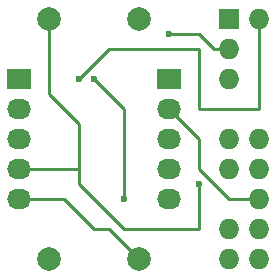
<source format=gbl>
G04 #@! TF.FileFunction,Copper,L2,Bot,Signal*
%FSLAX46Y46*%
G04 Gerber Fmt 4.6, Leading zero omitted, Abs format (unit mm)*
G04 Created by KiCad (PCBNEW 4.0.2-4+6225~38~ubuntu15.10.1-stable) date Sat 19 Mar 2016 20:36:07 GMT*
%MOMM*%
G01*
G04 APERTURE LIST*
%ADD10C,0.100000*%
%ADD11C,1.998980*%
%ADD12R,2.032000X1.727200*%
%ADD13O,2.032000X1.727200*%
%ADD14R,1.727200X1.727200*%
%ADD15O,1.727200X1.727200*%
%ADD16C,0.600000*%
%ADD17C,0.250000*%
G04 APERTURE END LIST*
D10*
D11*
X134620000Y-101600000D03*
X127000000Y-101600000D03*
D12*
X137160000Y-106680000D03*
D13*
X137160000Y-109220000D03*
X137160000Y-111760000D03*
X137160000Y-114300000D03*
X137160000Y-116840000D03*
D12*
X124460000Y-106680000D03*
D13*
X124460000Y-109220000D03*
X124460000Y-111760000D03*
X124460000Y-114300000D03*
X124460000Y-116840000D03*
D14*
X142240000Y-101600000D03*
D15*
X144780000Y-101600000D03*
X142240000Y-104140000D03*
X142240000Y-106680000D03*
X142240000Y-111760000D03*
X144780000Y-111760000D03*
X142240000Y-114300000D03*
X144780000Y-114300000D03*
X144780000Y-116840000D03*
X142240000Y-119380000D03*
X144780000Y-119380000D03*
X142240000Y-121920000D03*
X144780000Y-121920000D03*
D11*
X134620000Y-121920000D03*
X127000000Y-121920000D03*
D16*
X129540000Y-106680000D03*
X137160000Y-102870000D03*
X139700000Y-115570000D03*
X133350000Y-116840000D03*
X130810000Y-106680000D03*
D17*
X137160000Y-109220000D02*
X139700000Y-111760000D01*
X142240000Y-116840000D02*
X144780000Y-116840000D01*
X139700000Y-114300000D02*
X142240000Y-116840000D01*
X139700000Y-111760000D02*
X139700000Y-114300000D01*
X144780000Y-109220000D02*
X144780000Y-101600000D01*
X139700000Y-109220000D02*
X144780000Y-109220000D01*
X139700000Y-104140000D02*
X139700000Y-109220000D01*
X132080000Y-104140000D02*
X139700000Y-104140000D01*
X129540000Y-106680000D02*
X132080000Y-104140000D01*
X142240000Y-104140000D02*
X140970000Y-104140000D01*
X139700000Y-102870000D02*
X137160000Y-102870000D01*
X140970000Y-104140000D02*
X139700000Y-102870000D01*
X124460000Y-114300000D02*
X129540000Y-114300000D01*
X127000000Y-101600000D02*
X127000000Y-107950000D01*
X139700000Y-119380000D02*
X139700000Y-115570000D01*
X133350000Y-119380000D02*
X139700000Y-119380000D01*
X129540000Y-115570000D02*
X133350000Y-119380000D01*
X129540000Y-110490000D02*
X129540000Y-114300000D01*
X129540000Y-114300000D02*
X129540000Y-115570000D01*
X127000000Y-107950000D02*
X129540000Y-110490000D01*
X133350000Y-109220000D02*
X133350000Y-116840000D01*
X130810000Y-106680000D02*
X133350000Y-109220000D01*
X124460000Y-116840000D02*
X128270000Y-116840000D01*
X128270000Y-116840000D02*
X130810000Y-119380000D01*
X130810000Y-119380000D02*
X132080000Y-119380000D01*
X132080000Y-119380000D02*
X134620000Y-121920000D01*
M02*

</source>
